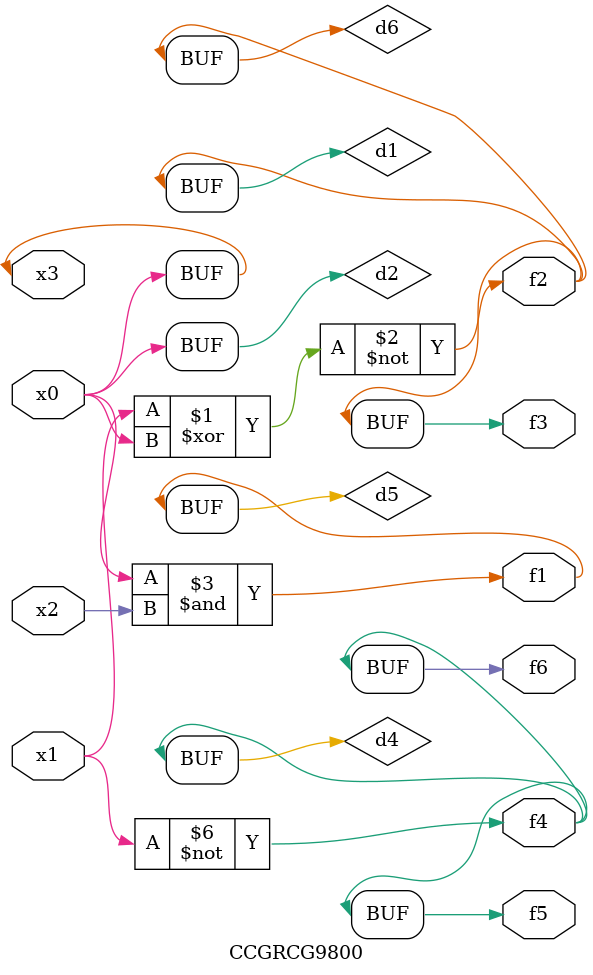
<source format=v>
module CCGRCG9800(
	input x0, x1, x2, x3,
	output f1, f2, f3, f4, f5, f6
);

	wire d1, d2, d3, d4, d5, d6;

	xnor (d1, x1, x3);
	buf (d2, x0, x3);
	nand (d3, x0, x2);
	not (d4, x1);
	nand (d5, d3);
	or (d6, d1);
	assign f1 = d5;
	assign f2 = d6;
	assign f3 = d6;
	assign f4 = d4;
	assign f5 = d4;
	assign f6 = d4;
endmodule

</source>
